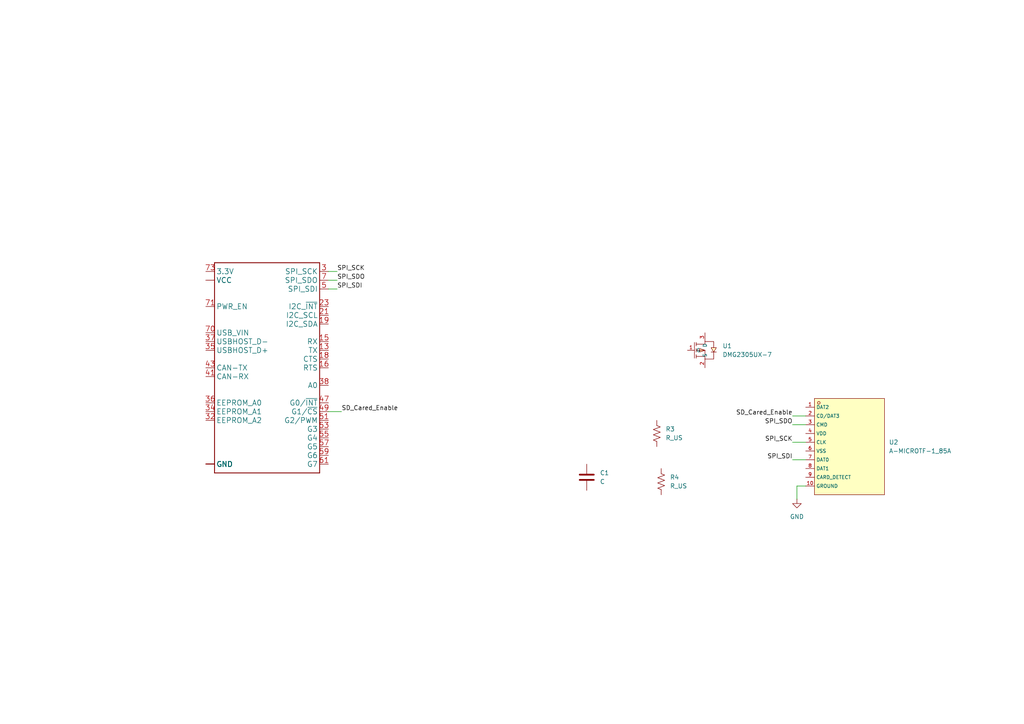
<source format=kicad_sch>
(kicad_sch (version 20250114) (generator "eeschema") (generator_version "9.0")
  (paper "A4")
  (title_block (title "Sd Card Memory Module for MOSAIC") (date "2025-09-12") (rev "0"))
  (lib_symbols
    (symbol "Device:C" (pin_numbers (hide yes)) (pin_names (offset 0.254))
      (property "Reference" "C" (at 0.635 2.54 0))
      (property "Value" "C" (at 0.635 -2.54 0))
      (symbol "C_0_1"
        (polyline (pts (xy -2.032 0.762) (xy 2.032 0.762)) (stroke (width 0.508)))
        (polyline (pts (xy -2.032 -0.762) (xy 2.032 -0.762)) (stroke (width 0.508)))
      )
      (symbol "C_1_1"
        (pin passive line (at 0 3.81 270) (length 2.794) (name "~") (number "1"))
        (pin passive line (at 0 -3.81 90) (length 2.794) (name "~") (number "2"))
      )
    )
    (symbol "Device:R_US" (pin_numbers (hide yes)) (pin_names (offset 0))
      (property "Reference" "R" (at 2.54 0 90))
      (property "Value" "R_US" (at -2.54 0 90))
      (symbol "R_US_0_1"
        (polyline (pts (xy 0 2.286) (xy 0 2.54)))
        (polyline (pts (xy 0 2.286) (xy 1.016 1.905) (xy 0 1.524) (xy -1.016 1.143) (xy 0 0.762)))
        (polyline (pts (xy 0 0.762) (xy 1.016 0.381) (xy 0 0) (xy -1.016 -0.381) (xy 0 -0.762)))
        (polyline (pts (xy 0 -0.762) (xy 1.016 -1.143) (xy 0 -1.524) (xy -1.016 -1.905) (xy 0 -2.286)))
        (polyline (pts (xy 0 -2.286) (xy 0 -2.54)))
      )
      (symbol "R_US_1_1"
        (pin passive line (at 0 3.81 270) (length 1.27) (name "~") (number "1"))
        (pin passive line (at 0 -3.81 90) (length 1.27) (name "~") (number "2"))
      )
    )
    (symbol "SD_Card_Mod_Lib:A-MICROTF-1_85A"
      (property "Reference" "U" (at 7.112 16.256 0))
      (property "Value" "A-MICROTF-1_85A" (at 21.336 -12.446 0))
      (symbol "A-MICROTF-1_85A_0_1"
        (rectangle (start -10.16 13.97) (end 10.16 -13.97) (fill (type background)))
        (circle (center -8.89 12.7) (radius 0.381) (fill (type background)))
        (pin unspecified line (at -12.7 11.43 0) (length 2.54) (name "DAT2") (number "1"))
        (pin unspecified line (at -12.7 8.89 0) (length 2.54) (name "CD/DAT3") (number "2"))
        (pin unspecified line (at -12.7 6.35 0) (length 2.54) (name "CMD") (number "3"))
        (pin unspecified line (at -12.7 3.81 0) (length 2.54) (name "VDD") (number "4"))
        (pin unspecified line (at -12.7 1.27 0) (length 2.54) (name "CLK") (number "5"))
        (pin unspecified line (at -12.7 -1.27 0) (length 2.54) (name "VSS") (number "6"))
        (pin unspecified line (at -12.7 -3.81 0) (length 2.54) (name "DAT0") (number "7"))
        (pin unspecified line (at -12.7 -6.35 0) (length 2.54) (name "DAT1") (number "8"))
        (pin unspecified line (at -12.7 -8.89 0) (length 2.54) (name "CARD_DETECT") (number "9"))
        (pin unspecified line (at -12.7 -11.43 0) (length 2.54) (name "GROUND") (number "10"))
      )
    )
    (symbol "SD_Card_Mod_Lib:DMG2305UX-7"
      (property "Reference" "U" (at 3.048 4.826 0))
      (property "Value" "DMG2305UX-7" (at -10.668 -3.81 0))
      (symbol "DMG2305UX-7_0_1"
        (polyline (pts (xy -3.048 2.286) (xy -3.048 -2.286)))
        (polyline (pts (xy -2.54 1.27) (xy -2.54 2.286)))
        (polyline (pts (xy -2.54 0) (xy 0 0) (xy 0 -2.54)))
        (polyline (pts (xy -2.54 -0.508) (xy -2.54 0.508)))
        (polyline (pts (xy -2.54 -2.286) (xy -2.54 -1.27)))
        (polyline (pts (xy 0 1.778) (xy -2.54 1.778)))
        (polyline (pts (xy 0 1.778) (xy 0 2.54) (xy 2.54 2.54) (xy 2.54 0.762)))
        (polyline (pts (xy 0 0) (xy -1.524 0.508) (xy -1.524 -0.508) (xy 0 0)) (fill (type background)))
        (polyline (pts (xy 0 -1.778) (xy -2.54 -1.778)))
        (polyline (pts (xy 0 -2.54) (xy 2.54 -2.54) (xy 2.54 -0.508)))
        (polyline (pts (xy 2.54 -0.508) (xy 3.302 0.762) (xy 1.778 0.762) (xy 2.54 -0.508)) (fill (type background)))
        (polyline (pts (xy 3.302 -0.508) (xy 3.048 -0.508) (xy 2.032 -0.508) (xy 1.778 -0.508)))
        (pin unspecified line (at -5.08 0 0) (length 2.032) (name "G") (number "1"))
        (pin unspecified line (at 0 5.08 270) (length 2.54) (name "D") (number "3"))
        (pin unspecified line (at 0 -5.08 90) (length 2.54) (name "S") (number "2"))
      )
    )
    (symbol "SD_Card_Mod_Lib:MICROMOD_STANDARD"
      (symbol "MICROMOD_STANDARD_1_0"
        (polyline (pts (xy -15.24 27.94) (xy 15.24 27.94)) (stroke (width 0.254)))
        (polyline (pts (xy -15.24 -33.02) (xy -15.24 27.94)) (stroke (width 0.254)))
        (polyline (pts (xy 15.24 27.94) (xy 15.24 -33.02)) (stroke (width 0.254)))
        (polyline (pts (xy 15.24 -33.02) (xy -15.24 -33.02)) (stroke (width 0.254)))
        (pin bidirectional line (at -17.78 25.4 0) (length 2.54) (name "3.3V") (number "73"))
        (pin bidirectional line (at -17.78 22.86 0) (length 2.54) (name "VCC") (number "72"))
        (pin bidirectional line (at -17.78 22.86 0) (length 2.54) (name "VCC") (number "74"))
        (pin bidirectional line (at -17.78 15.24 0) (length 2.54) (name "PWR_EN") (number "71"))
        (pin bidirectional line (at -17.78 7.62 0) (length 2.54) (name "USB_VIN") (number "70"))
        (pin bidirectional line (at -17.78 5.08 0) (length 2.54) (name "USBHOST_D-") (number "37"))
        (pin bidirectional line (at -17.78 2.54 0) (length 2.54) (name "USBHOST_D+") (number "35"))
        (pin bidirectional line (at -17.78 -2.54 0) (length 2.54) (name "CAN-TX") (number "43"))
        (pin bidirectional line (at -17.78 -5.08 0) (length 2.54) (name "CAN-RX") (number "41"))
        (pin bidirectional line (at -17.78 -12.7 0) (length 2.54) (name "EEPROM_A0") (number "36"))
        (pin bidirectional line (at -17.78 -15.24 0) (length 2.54) (name "EEPROM_A1") (number "34"))
        (pin bidirectional line (at -17.78 -17.78 0) (length 2.54) (name "EEPROM_A2") (number "32"))
        (pin bidirectional line (at -17.78 -30.48 0) (length 2.54) (name "GND") (number "1"))
        (pin bidirectional line (at -17.78 -30.48 0) (length 2.54) (name "GND") (number "33"))
        (pin bidirectional line (at -17.78 -30.48 0) (length 2.54) (name "GND") (number "39"))
        (pin bidirectional line (at -17.78 -30.48 0) (length 2.54) (name "GND") (number "45"))
        (pin bidirectional line (at -17.78 -30.48 0) (length 2.54) (name "GND") (number "75"))
        (pin bidirectional line (at -17.78 -30.48 0) (length 2.54) (name "GND") (number "GND1"))
        (pin bidirectional line (at -17.78 -30.48 0) (length 2.54) (name "GND") (number "GND2"))
        (pin bidirectional line (at -17.78 -30.48 0) (length 2.54) (name "GND") (number "GND3"))
        (pin bidirectional line (at -17.78 -30.48 0) (length 2.54) (name "GND") (number "GND4"))
        (pin bidirectional line (at -17.78 -30.48 0) (length 2.54) (name "GND") (number "GND5"))
        (pin bidirectional line (at -17.78 -30.48 0) (length 2.54) (name "GND") (number "GND6"))
        (pin bidirectional line (at 17.78 25.4 180) (length 2.54) (name "SPI_SCK") (number "3"))
        (pin bidirectional line (at 17.78 22.86 180) (length 2.54) (name "SPI_SDO") (number "7"))
        (pin bidirectional line (at 17.78 20.32 180) (length 2.54) (name "SPI_SDI") (number "5"))
        (pin bidirectional line (at 17.78 15.24 180) (length 2.54) (name "I2C_~{INT}") (number "23"))
        (pin bidirectional line (at 17.78 12.7 180) (length 2.54) (name "I2C_SCL") (number "21"))
        (pin bidirectional line (at 17.78 10.16 180) (length 2.54) (name "I2C_SDA") (number "19"))
        (pin bidirectional line (at 17.78 5.08 180) (length 2.54) (name "RX") (number "15"))
        (pin bidirectional line (at 17.78 2.54 180) (length 2.54) (name "TX") (number "13"))
        (pin bidirectional line (at 17.78 0 180) (length 2.54) (name "CTS") (number "18"))
        (pin bidirectional line (at 17.78 -2.54 180) (length 2.54) (name "RTS") (number "16"))
        (pin bidirectional line (at 17.78 -7.62 180) (length 2.54) (name "A0") (number "38"))
        (pin bidirectional line (at 17.78 -12.7 180) (length 2.54) (name "G0/~{INT}") (number "47"))
        (pin bidirectional line (at 17.78 -15.24 180) (length 2.54) (name "G1/~{CS}") (number "49"))
        (pin bidirectional line (at 17.78 -17.78 180) (length 2.54) (name "G2/PWM") (number "51"))
        (pin bidirectional line (at 17.78 -20.32 180) (length 2.54) (name "G3") (number "53"))
        (pin bidirectional line (at 17.78 -22.86 180) (length 2.54) (name "G4") (number "55"))
        (pin bidirectional line (at 17.78 -25.4 180) (length 2.54) (name "G5") (number "57"))
        (pin bidirectional line (at 17.78 -27.94 180) (length 2.54) (name "G6") (number "59"))
        (pin bidirectional line (at 17.78 -30.48 180) (length 2.54) (name "G7") (number "61"))
      )
    )
    (symbol "power:GND" (power) (pin_numbers (hide yes)) (pin_names (offset 0) (hide yes))
      (property "Value" "GND" (at 0 -3.81 0))
      (symbol "GND_0_1"
        (polyline (pts (xy 0 0) (xy 0 -1.27) (xy 1.27 -1.27) (xy 0 -2.54) (xy -1.27 -1.27) (xy 0 -1.27)))
      )
      (symbol "GND_1_1"
        (pin power_in line (at 0 0 270) (length 0) (name "~") (number "1"))
      )
    )
  )
  (wire (pts (xy 229.87 120.65) (xy 233.68 120.65)))
  (wire (pts (xy 95.25 81.28) (xy 97.79 81.28)))
  (wire (pts (xy 229.87 128.27) (xy 233.68 128.27)))
  (wire (pts (xy 229.87 133.35) (xy 233.68 133.35)))
  (wire (pts (xy 95.25 119.38) (xy 99.06 119.38)))
  (wire (pts (xy 229.87 123.19) (xy 233.68 123.19)))
  (wire (pts (xy 95.25 78.74) (xy 97.79 78.74)))
  (wire (pts (xy 233.68 140.97) (xy 231.14 140.97)))
  (wire (pts (xy 95.25 83.82) (xy 97.79 83.82)))
  (wire (pts (xy 231.14 140.97) (xy 231.14 144.78)))
  (label "SD_Cared_Enable" (at 229.87 120.65 180))
  (label "SPI_SDO" (at 229.87 123.19 180))
  (label "SPI_SDO" (at 97.79 81.28 0))
  (label "SPI_SCK" (at 229.87 128.27 180))
  (label "SD_Cared_Enable" (at 99.06 119.38 0))
  (label "SPI_SCK" (at 97.79 78.74 0))
  (label "SPI_SDI" (at 229.87 133.35 180))
  (label "SPI_SDI" (at 97.79 83.82 0))
  (symbol (lib_id "SD_Card_Mod_Lib:A-MICROTF-1_85A") (at 246.38 129.54 0) (unit 1)
    (property "Reference" "U2" (at 257.81 128.2699 0) (effects (justify left)))
    (property "Value" "A-MICROTF-1_85A" (at 257.81 130.8099 0) (effects (justify left)))
    (property "Footprint" "footprints:footprint" (effects (hide yes)))
    (property "Datasheet" "https://atta.szlcsc.com/upload/public/pdf/source/20240625/953FC7A55E22CF141735372468CF4E69.pdf" (effects (hide yes)))
    (property "LCSC" "C22467599" (effects (hide yes)))
  )
  (symbol (lib_id "Device:C") (at 170.18 138.43 0) (unit 1)
    (property "Reference" "C1" (at 173.99 137.1599 0) (effects (justify left)))
    (property "Value" "C" (at 173.99 139.6999 0) (effects (justify left)))
    (property "Footprint" "Capacitor_SMD:C_0201_0603Metric" (effects (hide yes)))
    (property "Description" "Unpolarized capacitor" (effects (hide yes)))
  )
  (symbol (lib_id "Device:R_US") (at 190.5 125.73 0) (unit 1)
    (property "Reference" "R3" (at 193.04 124.4599 0) (effects (justify left)))
    (property "Value" "R_US" (at 193.04 126.9999 0) (effects (justify left)))
    (property "Footprint" "Resistor_SMD:R_0201_0603Metric" (effects (hide yes)))
    (property "Description" "Resistor, US symbol" (effects (hide yes)))
  )
  (symbol (lib_id "SD_Card_Mod_Lib:DMG2305UX-7") (at 204.47 101.6 0) (unit 1)
    (property "Reference" "U1" (at 209.55 100.3299 0) (effects (justify left)))
    (property "Value" "DMG2305UX-7" (at 209.55 102.8699 0) (effects (justify left)))
    (property "Footprint" "footprints:SOT-23-3_L2.9-W1.3-P1.90-LS2.4-BR" (effects (hide yes)))
    (property "Datasheet" "https://www.diodes.com/assets/Package-Files/SOT23.pdf" (effects (hide yes)))
    (property "LCSC" "C150470" (effects (hide yes)))
  )
  (symbol (lib_id "power:GND") (at 231.14 144.78 0) (unit 1)
    (property "Reference" "#PWR01" (effects (hide yes)))
    (property "Value" "GND" (at 231.14 149.86 0))
    (property "Description" "Power symbol creates a global label with name \"GND\" , ground" (effects (hide yes)))
  )
  (symbol (lib_id "Device:R_US") (at 191.77 139.7 0) (unit 1)
    (property "Reference" "R4" (at 194.31 138.4299 0) (effects (justify left)))
    (property "Value" "R_US" (at 194.31 140.9699 0) (effects (justify left)))
    (property "Footprint" "Resistor_SMD:R_0201_0603Metric" (effects (hide yes)))
    (property "Description" "Resistor, US symbol" (effects (hide yes)))
  )
  (symbol (lib_id "SD_Card_Mod_Lib:MICROMOD_STANDARD") (at 77.47 104.14 0) (unit 1)
    (property "Reference" "J1" (effects (hide yes)))
    (property "Footprint" "footprints:M.2-CARD-E-22_MEMORY_STANDARD" (effects (hide yes)))
    (property "Description" "MicroMod Connector\n\nDescription: A card edge connector and mating PCB connector to allow various MicroMod Processor Boards to be coupled with various carrier boards of different capabilities. Based on the M.2 standard." (effects (hide yes)))
  )
)
</source>
